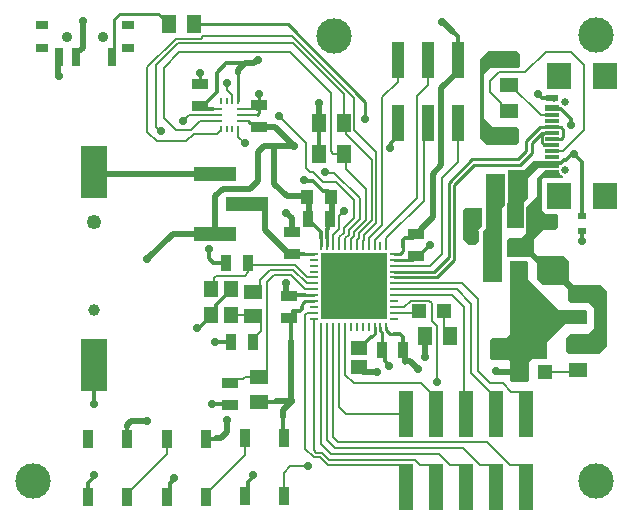
<source format=gbr>
%TF.GenerationSoftware,Altium Limited,Altium Designer,24.5.2 (23)*%
G04 Layer_Physical_Order=1*
G04 Layer_Color=255*
%FSLAX45Y45*%
%MOMM*%
%TF.SameCoordinates,2BA89E6E-902A-415B-B0B5-23ADD7A02043*%
%TF.FilePolarity,Positive*%
%TF.FileFunction,Copper,L1,Top,Signal*%
%TF.Part,Single*%
G01*
G75*
%TA.AperFunction,Conductor*%
%ADD10C,0.50000*%
%TA.AperFunction,SMDPad,CuDef*%
%ADD11R,0.80000X0.55000*%
%ADD12R,0.47500X0.25000*%
%ADD13R,0.25000X0.47500*%
%TA.AperFunction,ConnectorPad*%
%ADD14R,1.00000X0.80000*%
%ADD15R,0.70000X1.50000*%
%TA.AperFunction,SMDPad,CuDef*%
%ADD16R,1.27000X3.94000*%
%ADD17R,1.40000X0.95000*%
%ADD18R,2.30000X4.50000*%
%TA.AperFunction,ConnectorPad*%
%ADD19R,2.00000X2.18000*%
%ADD20R,1.00000X0.60000*%
%ADD21R,1.15000X0.60000*%
%ADD22R,1.15000X0.30000*%
%TA.AperFunction,SMDPad,CuDef*%
%ADD23R,1.30464X1.45620*%
%ADD24O,0.80000X0.25000*%
%ADD25O,0.25000X0.80000*%
%ADD26R,5.60000X5.60000*%
%ADD27R,1.25000X1.50000*%
%ADD28R,4.50000X1.50400*%
%ADD29R,1.50822X1.20651*%
%ADD30R,0.95000X1.40000*%
%ADD31R,0.90000X1.50000*%
%ADD32R,1.20651X1.50822*%
%ADD33R,1.00000X1.25000*%
%ADD34R,1.45490X1.55620*%
%ADD35R,1.45620X1.30464*%
%ADD36R,1.20000X1.20000*%
%ADD37R,1.00000X3.10000*%
%ADD38R,1.20000X1.40000*%
%ADD39R,3.56000X1.27000*%
%TA.AperFunction,Conductor*%
%ADD40C,0.25000*%
%ADD41C,0.20000*%
%ADD42C,0.30000*%
%ADD43C,0.26721*%
%TA.AperFunction,ComponentPad*%
%ADD44C,0.90000*%
%ADD45C,1.00000*%
%ADD46C,1.25000*%
%ADD47C,0.65000*%
%TA.AperFunction,ViaPad*%
%ADD48C,3.00000*%
%ADD49C,0.70000*%
%ADD50C,0.50000*%
G36*
X11047500Y10790000D02*
X11285000D01*
X11305000Y10770000D01*
Y10662500D01*
X11290000Y10647500D01*
X11057500D01*
X11005000Y10595000D01*
Y10222500D01*
X11080000Y10147500D01*
X11285000D01*
X11302500Y10130000D01*
Y10020000D01*
X11282500Y10000000D01*
X11022500D01*
X10965000Y10057500D01*
Y10725000D01*
X11032500Y10792500D01*
X11047500Y10790000D01*
D02*
G37*
G36*
X11502500Y9862500D02*
X11640000D01*
Y9806014D01*
X11638544Y9802500D01*
X11598447D01*
X11595000Y9803185D01*
X11591552Y9802500D01*
X11510000D01*
Y9800000D01*
X11455000D01*
X11372500Y9717500D01*
Y9550000D01*
X11340000Y9517500D01*
Y9297500D01*
X11200000D01*
X11192500Y9305000D01*
Y9502500D01*
X11207500Y9517500D01*
Y9787500D01*
X11340000D01*
X11417500Y9865000D01*
X11502500D01*
Y9862500D01*
D02*
G37*
G36*
X10985000Y9465000D02*
Y9305000D01*
X10955000Y9275000D01*
X10962500Y9267500D01*
Y9180000D01*
X10932500Y9150000D01*
X10877500D01*
X10827500Y9200000D01*
Y9450000D01*
X10845000Y9467500D01*
X10983964D01*
X10985000Y9465000D01*
D02*
G37*
G36*
X11180000Y9750000D02*
Y9485000D01*
X11152500Y9457500D01*
Y8837500D01*
X10995000D01*
Y9265000D01*
X11015000Y9285000D01*
Y9747500D01*
X11020000Y9752500D01*
X11177500D01*
X11180000Y9750000D01*
D02*
G37*
G36*
X11596477Y9782500D02*
X11598447Y9782108D01*
X11635000D01*
Y9773057D01*
X11642992Y9753761D01*
X11657761Y9738992D01*
X11672952Y9732700D01*
X11670426Y9720000D01*
X11507500D01*
X11492500Y9705000D01*
Y9442500D01*
X11520000Y9415000D01*
X11617500D01*
X11627500Y9405000D01*
Y9300000D01*
X11605000Y9277500D01*
X11500000D01*
X11427500Y9205000D01*
Y9087500D01*
X11460000Y9055000D01*
X11682500D01*
X11725000Y9012500D01*
Y8852500D01*
X11720000Y8847500D01*
X11760000Y8807500D01*
X11992500D01*
X12040000Y8760000D01*
Y8292500D01*
X11972500Y8225000D01*
X11717500D01*
X11700000Y8242500D01*
Y8365000D01*
X11727500Y8392500D01*
X11885000D01*
X11935000Y8442500D01*
Y8612500D01*
X11890000Y8657500D01*
X11735000D01*
X11715000Y8677500D01*
Y8770000D01*
X11677500Y8807500D01*
X11497500D01*
X11452500Y8852500D01*
Y8997500D01*
X11400000Y9050000D01*
X11205000D01*
X11195000Y9060000D01*
Y9195000D01*
X11210000Y9210000D01*
X11315000D01*
X11360000Y9255000D01*
Y9295530D01*
X11360392Y9297500D01*
Y9470392D01*
X11452500Y9562500D01*
Y9720000D01*
X11512632Y9780132D01*
X11517804Y9781160D01*
X11519222Y9782108D01*
X11591552D01*
X11593522Y9782500D01*
X11595000D01*
X11596477D01*
D02*
G37*
G36*
X11375000Y9002500D02*
Y8857500D01*
X11635000Y8597500D01*
X11862500D01*
X11876250Y8583750D01*
Y8488750D01*
X11867500Y8480000D01*
X11690000D01*
X11535000Y8325000D01*
Y8187500D01*
X11530000Y8182500D01*
X11405000D01*
X11385000Y8162500D01*
Y8007500D01*
X11370000Y7992500D01*
X11235000D01*
X11222500Y8005000D01*
Y8162500D01*
X11212500Y8172500D01*
X11072500D01*
X11055000Y8190000D01*
Y8347500D01*
X11070000Y8362500D01*
X11195000D01*
X11225000Y8392500D01*
Y9012500D01*
X11365000D01*
X11375000Y9002500D01*
D02*
G37*
D10*
X9325000Y8742500D02*
G03*
X9350000Y8717500I25000J0D01*
G01*
X8922500Y10610000D02*
Y10632500D01*
X8977925Y10687926D01*
X9100000Y10147500D02*
X9230000D01*
X9392500Y9985000D01*
X9230426D02*
X9392500D01*
X9227713Y9669787D02*
X9330000Y9567500D01*
X9227713Y9669787D02*
Y9982287D01*
X9230426Y9985000D01*
X8977925Y10687926D02*
X9055013D01*
X7550000Y10738500D02*
Y10778500D01*
X7606173Y10817790D02*
Y11046173D01*
X7576884Y10788500D02*
X7606173Y10817790D01*
X7560000Y10788500D02*
X7576884D01*
X7550000Y10778500D02*
X7560000Y10788500D01*
X7606173Y11046173D02*
X7610000Y11050000D01*
X7396173Y10583827D02*
X7400000Y10580000D01*
X7396173Y10583827D02*
Y10668827D01*
X9325000Y8742500D02*
Y8825000D01*
X10500000Y8200000D02*
Y8380000D01*
X10330000Y8160000D02*
X10334289Y8164289D01*
X10375711D02*
X10440000Y8100000D01*
X10334289Y8164289D02*
X10375711D01*
X11302500Y8077500D02*
X11305000Y8075000D01*
X11102500Y8077500D02*
X11302500D01*
X11100000Y8080000D02*
X11102500Y8077500D01*
X7716000Y9754000D02*
X8726500D01*
X7700000Y9770000D02*
X7716000Y9754000D01*
X10655000Y11040000D02*
X10742500Y10952500D01*
X10650000Y11040000D02*
X10655000D01*
X10472500Y9287500D02*
X10570000Y9385000D01*
Y9755281D02*
X10640000Y9825281D01*
X10570000Y9385000D02*
Y9755281D01*
X10412468Y9227468D02*
X10434968D01*
X10472500Y9265000D01*
Y9287500D01*
X10779000Y10615000D02*
Y10720000D01*
X10640000Y10476000D02*
X10779000Y10615000D01*
X10640000Y9825281D02*
Y10476000D01*
X9082088Y10715000D02*
X9087500D01*
X9055013Y10687926D02*
X9082088Y10715000D01*
X9603707Y10351207D02*
X9605000Y10352500D01*
X9602414Y10180000D02*
X9603707Y10181293D01*
Y10351207D01*
X9330000Y9567500D02*
X9510000D01*
X9137500Y9987500D02*
X9227500D01*
X9090000Y9940000D02*
X9137500Y9987500D01*
X9022500Y9627500D02*
X9090000Y9695000D01*
Y9940000D01*
X8723000Y9242500D02*
X8726500D01*
X8788000Y9627500D02*
X9022500D01*
X8726500Y9566000D02*
X8788000Y9627500D01*
X8726500Y9246000D02*
Y9566000D01*
X8365000Y9242500D02*
X8723000D01*
X8152500Y9030000D02*
X8365000Y9242500D01*
X9365000Y7827500D02*
Y8340000D01*
X7978977Y7611477D02*
Y7624688D01*
X8016789Y7662500D01*
X8147500D01*
X8735000Y7517500D02*
X8775000D01*
X8732500Y7515000D02*
X8735000Y7517500D01*
X8775000D02*
X8826173Y7568673D01*
Y7661173D02*
X8830000Y7665000D01*
X8826173Y7568673D02*
Y7661173D01*
X9237500Y7827500D02*
X9365000D01*
Y7822088D02*
Y7827500D01*
X9297500Y7754588D02*
X9365000Y7822088D01*
X9297500Y7690000D02*
Y7754588D01*
X9325000Y9425000D02*
X9375000Y9375000D01*
Y9260000D02*
Y9375000D01*
X10096173Y8078827D02*
X10100000Y8075000D01*
X9942500Y8116344D02*
X9980017Y8078827D01*
X10096173D01*
X9146500Y9281000D02*
X9352500Y9075000D01*
X9520000Y9370000D02*
X9522500Y9367500D01*
X9520000Y9370000D02*
Y9557500D01*
X9510000Y9567500D02*
X9520000Y9557500D01*
X9707500Y9367500D02*
X9712500Y9372500D01*
Y9555000D01*
X9717500Y9560000D01*
X9146500Y9281000D02*
Y9461500D01*
X9108000Y9500000D02*
X9146500Y9461500D01*
X9352500Y9075000D02*
X9375000D01*
X8993500Y9500000D02*
X9108000D01*
D11*
X11830000Y9267500D02*
D03*
Y9392500D02*
D03*
D12*
X8756250Y10200000D02*
D03*
Y10250000D02*
D03*
Y10300000D02*
D03*
X8938750D02*
D03*
Y10250000D02*
D03*
Y10200000D02*
D03*
D13*
X8772500Y10366250D02*
D03*
X8822500D02*
D03*
X8872500D02*
D03*
X8922500D02*
D03*
Y10133750D02*
D03*
X8872500D02*
D03*
X8822500D02*
D03*
X8772500D02*
D03*
D14*
X7260000Y11010000D02*
D03*
X7990000D02*
D03*
X7260000Y10817000D02*
D03*
X7990000D02*
D03*
D15*
X7850000Y10738500D02*
D03*
X7400000D02*
D03*
X7550000D02*
D03*
D16*
X10342000Y7099000D02*
D03*
X10596000D02*
D03*
X10850000D02*
D03*
X11104000D02*
D03*
X11358000D02*
D03*
X10342000Y7721000D02*
D03*
X10596000D02*
D03*
X10850000D02*
D03*
X11104000D02*
D03*
X11358000D02*
D03*
D17*
X8600000Y10512500D02*
D03*
Y10327500D02*
D03*
X9100000Y10147500D02*
D03*
Y10332500D02*
D03*
X9350000Y8532500D02*
D03*
Y8717500D02*
D03*
X8847500Y7980000D02*
D03*
Y7795000D02*
D03*
X9375000Y9075000D02*
D03*
Y9260000D02*
D03*
X11795000Y8537414D02*
D03*
Y8722414D02*
D03*
X10427500Y9057500D02*
D03*
Y9242500D02*
D03*
D18*
X7700000Y8130000D02*
D03*
Y9770000D02*
D03*
D19*
X12030500Y9561500D02*
D03*
Y10583500D02*
D03*
X11637500Y9561500D02*
D03*
Y10583500D02*
D03*
D20*
X11580000Y9752500D02*
D03*
Y10392500D02*
D03*
D21*
Y9832500D02*
D03*
Y10312500D02*
D03*
D22*
Y9897500D02*
D03*
Y9947500D02*
D03*
Y9997500D02*
D03*
Y10047500D02*
D03*
Y10097500D02*
D03*
Y10147500D02*
D03*
Y10197500D02*
D03*
Y10247500D02*
D03*
D23*
X11264422Y9382500D02*
D03*
X11425578D02*
D03*
X11083078Y9385000D02*
D03*
X10921922D02*
D03*
D24*
X9560000Y9075000D02*
D03*
Y9025000D02*
D03*
Y8975000D02*
D03*
Y8925000D02*
D03*
Y8875000D02*
D03*
Y8825000D02*
D03*
Y8775000D02*
D03*
Y8725000D02*
D03*
Y8675000D02*
D03*
Y8625000D02*
D03*
Y8575000D02*
D03*
Y8525000D02*
D03*
X10240000D02*
D03*
Y8575000D02*
D03*
Y8625000D02*
D03*
Y8675000D02*
D03*
Y8725000D02*
D03*
Y8775000D02*
D03*
Y8825000D02*
D03*
Y8875000D02*
D03*
Y8925000D02*
D03*
Y8975000D02*
D03*
Y9025000D02*
D03*
Y9075000D02*
D03*
D25*
X9625000Y8460000D02*
D03*
X9675000D02*
D03*
X9725000D02*
D03*
X9775000D02*
D03*
X9825000D02*
D03*
X9875000D02*
D03*
X9925000D02*
D03*
X9975000D02*
D03*
X10025000D02*
D03*
X10075000D02*
D03*
X10125000D02*
D03*
X10175000D02*
D03*
Y9140000D02*
D03*
X10125000D02*
D03*
X10075000D02*
D03*
X10025000D02*
D03*
X9975000D02*
D03*
X9925000D02*
D03*
X9875000D02*
D03*
X9825000D02*
D03*
X9775000D02*
D03*
X9725000D02*
D03*
X9675000D02*
D03*
X9625000D02*
D03*
D26*
X9900000Y8800000D02*
D03*
D27*
X11528575Y8924500D02*
D03*
X11299575D02*
D03*
X11070575D02*
D03*
D28*
X11299575Y8265500D02*
D03*
D29*
X9100000Y7822414D02*
D03*
Y8032586D02*
D03*
X9050000Y8544914D02*
D03*
Y8755086D02*
D03*
X11210164Y10507590D02*
D03*
Y10717761D02*
D03*
X11210000Y10287586D02*
D03*
Y10077414D02*
D03*
X11795000Y8094829D02*
D03*
Y8305000D02*
D03*
D30*
X9005000Y8997500D02*
D03*
X8820000D02*
D03*
X9042500Y8325000D02*
D03*
X8857500D02*
D03*
X9512500Y9367500D02*
D03*
X9697500D02*
D03*
X10320000Y8262500D02*
D03*
X10135000D02*
D03*
X11072500Y9130000D02*
D03*
X11257500D02*
D03*
D31*
X9305000Y7025000D02*
D03*
X8975000D02*
D03*
Y7515000D02*
D03*
X9305000D02*
D03*
X8645000Y7015000D02*
D03*
X8315000D02*
D03*
Y7505000D02*
D03*
X8645000D02*
D03*
X7978977Y7505000D02*
D03*
X7648977D02*
D03*
Y7015000D02*
D03*
X7978977D02*
D03*
D32*
X8545086Y11017500D02*
D03*
X8334914D02*
D03*
X9812585Y10180000D02*
D03*
X9602414D02*
D03*
X9817586Y9920000D02*
D03*
X9607414D02*
D03*
X10710171Y8380000D02*
D03*
X10500000D02*
D03*
D33*
X9507500Y9560000D02*
D03*
X9707500D02*
D03*
D34*
X11287565Y9660000D02*
D03*
X11102435D02*
D03*
D35*
X9942500Y8277500D02*
D03*
Y8116344D02*
D03*
D36*
X11515000Y8075000D02*
D03*
X11305000D02*
D03*
X10665000Y8590000D02*
D03*
X10455000D02*
D03*
D37*
X10779000Y10720000D02*
D03*
Y10180000D02*
D03*
X10525000Y10720000D02*
D03*
X10271000D02*
D03*
X10525000Y10180000D02*
D03*
X10271000D02*
D03*
D38*
X8857500Y8777500D02*
D03*
Y8557500D02*
D03*
X8687500D02*
D03*
Y8777500D02*
D03*
D39*
X8726500Y9754000D02*
D03*
X8993500Y9500000D02*
D03*
X8726500Y9246000D02*
D03*
D40*
X9100000Y10270000D02*
Y10332500D01*
X9080000Y10250000D02*
X9100000Y10270000D01*
X9017500Y10182500D02*
X9065000D01*
X9000000Y10200000D02*
X9017500Y10182500D01*
X8600000Y10512500D02*
Y10610000D01*
X9100000Y10332500D02*
Y10430000D01*
X9067500Y10300000D02*
X9100000Y10332500D01*
X9065000Y10182500D02*
X9100000Y10147500D01*
X7870000Y11060000D02*
X7920000Y11110000D01*
X7870000Y10758500D02*
Y11060000D01*
X7920000Y11110000D02*
X8242414D01*
X8545086Y11017500D02*
X9340000D01*
X9997500Y10360000D01*
X8922500Y10366250D02*
Y10610000D01*
X7850000Y10738500D02*
X7870000Y10758500D01*
X7827855Y10787855D02*
X7840000Y10800000D01*
X7827855Y10692855D02*
Y10787855D01*
X8242414Y11110000D02*
X8272003Y11080411D01*
X8287089D01*
X8334914Y11017500D02*
Y11032586D01*
X8287089Y11080411D02*
X8334914Y11032586D01*
X9997500Y10217500D02*
Y10360000D01*
X10125000Y8432500D02*
X10135000Y8408860D01*
X10125000Y8432500D02*
Y8460000D01*
X10135000Y8262500D02*
Y8408860D01*
X10395000Y9025000D02*
X10427500Y9057500D01*
X10240000Y9025000D02*
X10395000D01*
X9675000Y9140000D02*
Y9207500D01*
X10240000Y9075000D02*
X10287500D01*
X10315000Y9102500D02*
Y9135000D01*
X10287500Y9075000D02*
X10315000Y9102500D01*
X10175000Y8432500D02*
X10207500Y8400000D01*
X9480000Y9075000D02*
X9560000D01*
X10075000Y8400000D02*
Y8460000D01*
X9625000Y9140000D02*
Y9210000D01*
X9460000Y8622500D02*
Y8650000D01*
X9485000Y8675000D01*
X9560000D01*
X10175000Y8432500D02*
Y8460000D01*
X10047500Y8372500D02*
X10075000Y8400000D01*
X10207500Y8400000D02*
X10242500D01*
X9487500Y8725000D02*
X9560000D01*
D41*
X8938750Y10250000D02*
X9080000D01*
X8938750Y10200000D02*
X9000000D01*
X8922500Y10067500D02*
Y10133750D01*
Y10067500D02*
X8980000Y10010000D01*
X9270000Y10240000D02*
X9495000Y10015000D01*
X8830000Y10460000D02*
X8872500Y10417500D01*
X8830000Y10460000D02*
Y10520000D01*
X8872500Y10366250D02*
Y10417500D01*
X9825000Y9208432D02*
X9855000Y9238431D01*
X9820000Y9438076D02*
Y9440000D01*
X9775000Y9393076D02*
X9820000Y9438076D01*
X9775000Y9285074D02*
Y9393076D01*
X9725000Y9235074D02*
X9775000Y9285074D01*
X9725000Y9140000D02*
Y9235074D01*
X9855000Y9238431D02*
Y9278431D01*
X9950000Y9373432D01*
X9815000Y9255000D02*
Y9295000D01*
X9775000Y9215000D02*
X9815000Y9255000D01*
Y9295000D02*
X9900000Y9380000D01*
X9825000Y9140000D02*
Y9208432D01*
X9900000Y9226863D02*
Y9264363D01*
X9875000Y9140000D02*
Y9201863D01*
X9900000Y9226863D01*
Y9264363D02*
X10000000Y9364363D01*
X9775000Y9140000D02*
Y9215000D01*
X9900000Y9380000D02*
Y9530000D01*
X9750000Y9680000D02*
X9900000Y9530000D01*
X9731569Y9762500D02*
X9950000Y9544069D01*
Y9373432D02*
Y9544069D01*
X10000000Y9364363D02*
Y9625000D01*
X9945957Y9212525D02*
Y9253752D01*
X9834943Y9790057D02*
X10000000Y9625000D01*
X10050000Y9357795D02*
Y9867500D01*
X9945957Y9253752D02*
X10050000Y9357795D01*
X9985957Y9195956D02*
Y9235957D01*
X10090000Y9340000D01*
Y9940000D01*
X9925957Y9192525D02*
X9945957Y9212525D01*
X9925957Y9140957D02*
Y9192525D01*
X9925000Y9140000D02*
X9925957Y9140957D01*
X9975956D02*
Y9185956D01*
X9975000Y9140000D02*
X9975956Y9140957D01*
Y9185956D02*
X9985957Y9195956D01*
X10025957Y9140957D02*
Y9205957D01*
X10140000Y9320000D01*
Y10400000D01*
X10075956Y9140957D02*
Y9191252D01*
X10435000Y9550295D02*
Y10415000D01*
X10075956Y9191252D02*
X10435000Y9550295D01*
X10025000Y9140000D02*
X10025957Y9140957D01*
X9831195Y10086305D02*
X10050000Y9867500D01*
X9902911Y10127089D02*
X10090000Y9940000D01*
X10140000Y10400000D02*
X10271000Y10531000D01*
X8938750Y10300000D02*
X9067500D01*
X8482819Y10030000D02*
X8542818Y10090000D01*
X8230000Y10030000D02*
X8482819D01*
X8150000Y10110000D02*
X8230000Y10030000D01*
X8542818Y10090000D02*
X8740000D01*
X8772500Y10122500D01*
Y10133750D01*
X8290000Y10227500D02*
X8392500Y10125000D01*
X8505000Y10250000D02*
X8756250D01*
X8392500Y10125000D02*
X8521250D01*
X8596250Y10200000D01*
X8457500Y10202500D02*
X8505000Y10250000D01*
X8457500Y10202500D02*
X8471030D01*
X8150000Y10110000D02*
Y10654068D01*
X8393432Y10897500D01*
X8603248D01*
X8625748Y10920000D01*
X8227500Y10147500D02*
X8255000Y10120000D01*
X8265000D02*
X8267500Y10117500D01*
X8227500Y10147500D02*
Y10675000D01*
X8255000Y10120000D02*
X8265000D01*
X8227500Y10675000D02*
X8410000Y10857500D01*
X9383328D01*
X8290000Y10227500D02*
Y10652500D01*
X8422500Y10785000D01*
X8625748Y10920000D02*
X9377396D01*
X9902911Y10394485D01*
Y10127089D02*
Y10394485D01*
X9383328Y10857500D02*
X9812585Y10428242D01*
X8422500Y10785000D02*
X9360000D01*
X9812585Y10180000D02*
Y10428242D01*
X9495000Y9805000D02*
Y10015000D01*
X9360000Y10785000D02*
X9703713Y10441287D01*
Y9943548D02*
Y10441287D01*
X10075000Y9140000D02*
X10075956Y9140957D01*
X9640570Y9680000D02*
X9750000D01*
X9550570Y9770000D02*
X9640570Y9680000D01*
X9495000Y9805000D02*
X9530000Y9770000D01*
X9550570D01*
X8756250Y10300000D02*
X8756250Y10300000D01*
X8710000Y10300000D02*
X8756250D01*
X8596250Y10200000D02*
X8756250D01*
X11358000Y7721000D02*
Y7854500D01*
X11304500Y7908000D02*
X11358000Y7854500D01*
X11232000Y7908000D02*
X11304500D01*
X11160000Y7980000D02*
X11232000Y7908000D01*
X11052500Y7980000D02*
X11160000D01*
X10952500Y8080000D02*
X11052500Y7980000D01*
X11104000Y7721000D02*
Y7854500D01*
X10895000Y8063500D02*
X11104000Y7854500D01*
X10832500Y7738500D02*
Y8622500D01*
Y7738500D02*
X10850000Y7721000D01*
X9825000Y8053376D02*
X9897688Y7980688D01*
X10469812D01*
X10596000Y7854500D01*
Y7721000D02*
Y7854500D01*
X10605000Y7995000D02*
Y8465000D01*
X10600000Y7990000D02*
X10605000Y7995000D01*
X9830000Y7720000D02*
X10341000D01*
X10342000Y7721000D01*
X9775000Y7775000D02*
X9830000Y7720000D01*
X9725000Y7525000D02*
X9770000Y7480000D01*
X11025926D01*
X11219926Y7286000D01*
X9740000Y7430000D02*
X10821926D01*
X9675000Y7495000D02*
X9740000Y7430000D01*
X10821926D02*
X10965926Y7286000D01*
X11219926D02*
X11304500D01*
X11358000Y7099000D02*
Y7232500D01*
X11304500Y7286000D02*
X11358000Y7232500D01*
X11050500Y7286000D02*
X11104000Y7232500D01*
X10965926Y7286000D02*
X11050500D01*
X11104000Y7099000D02*
Y7232500D01*
X10617926Y7380000D02*
X10711926Y7286000D01*
X9710000Y7380000D02*
X10617926D01*
X10711926Y7286000D02*
X10796500D01*
X10850000Y7099000D02*
Y7232500D01*
X10796500Y7286000D02*
X10850000Y7232500D01*
X9625000Y7465000D02*
X9710000Y7380000D01*
X10413926Y7330000D02*
X10457926Y7286000D01*
X9690000Y7330000D02*
X10413926D01*
X10596000Y7099000D02*
Y7232500D01*
X10542500Y7286000D02*
X10596000Y7232500D01*
X10457926Y7286000D02*
X10542500D01*
X9580074Y7392500D02*
X9627500D01*
X9677431Y7286000D02*
X10288500D01*
X9563505Y7352500D02*
X9610932D01*
X9677431Y7286000D01*
X9627500Y7392500D02*
X9690000Y7330000D01*
X10342000Y7099000D02*
Y7232500D01*
X10288500Y7286000D02*
X10342000Y7232500D01*
X10562500Y8507500D02*
X10605000Y8465000D01*
X9559043Y8575957D02*
X9560000Y8575000D01*
X9526498Y8577467D02*
X9528008Y8575957D01*
X9490000Y8561216D02*
X9506251Y8577467D01*
X9528008Y8575957D02*
X9559043D01*
X9490000Y7426005D02*
Y8561216D01*
X9506251Y8577467D02*
X9526498D01*
X10645000Y9715000D02*
X10779000Y9849000D01*
X10645000Y9072500D02*
Y9715000D01*
X10779000Y9849000D02*
Y10180000D01*
X10547500Y8975000D02*
X10645000Y9072500D01*
X10492500Y9525000D02*
Y10147500D01*
X10525000Y10180000D01*
X10175000Y9207500D02*
X10492500Y9525000D01*
X10175000Y9140000D02*
Y9207500D01*
X11675000Y9947500D02*
X11850000Y10122500D01*
X11580000Y9947500D02*
X11675000D01*
X11225249Y10507590D02*
X11485339Y10247500D01*
X11580000D01*
X11210164Y10507590D02*
X11225249D01*
X11850000Y10122500D02*
Y10675000D01*
X11737500Y10787500D02*
X11850000Y10675000D01*
X11525000Y10787500D02*
X11737500D01*
X11350000Y10612500D02*
X11525000Y10787500D01*
X11125000Y10612500D02*
X11350000D01*
X11055000Y10542500D02*
X11125000Y10612500D01*
X11055000Y10442586D02*
Y10542500D01*
Y10442586D02*
X11144589Y10352997D01*
Y10337911D02*
Y10352997D01*
Y10337911D02*
X11194914Y10287586D01*
X11210000D01*
X9703713Y9943548D02*
X9727260Y9920000D01*
X10895000Y8063500D02*
Y8652500D01*
X9655000Y9762500D02*
X9731569D01*
X9652500Y9765000D02*
X9655000Y9762500D01*
X9727260Y9920000D02*
X9817586D01*
X9165411Y8082911D02*
Y8840411D01*
X9225000Y8900000D01*
X9115411Y8420411D02*
Y8494589D01*
X9042500Y8347500D02*
X9115411Y8420411D01*
X9065086Y8544914D02*
X9115411Y8494589D01*
X9042500Y8325000D02*
Y8347500D01*
X9050000Y8544914D02*
X9065086D01*
X9107586Y8805411D02*
Y8855086D01*
X9057260Y8755086D02*
X9107586Y8805411D01*
X9050000Y8755086D02*
X9057260D01*
X9500208Y8825000D02*
X9560000D01*
X9385208Y8940000D02*
X9500208Y8825000D01*
X9192500Y8940000D02*
X9385208D01*
X9107586Y8855086D02*
X9192500Y8940000D01*
X9037414Y8557500D02*
X9050000Y8544914D01*
X8857500Y8557500D02*
X9037414D01*
X9225000Y8900000D02*
X9365000D01*
X9402500Y8980000D02*
X9506543Y8875957D01*
X9007500Y8985000D02*
X9012500Y8980000D01*
X9365000Y8900000D02*
X9490000Y8775000D01*
X9012500Y8980000D02*
X9402500D01*
X8975000Y8890000D02*
X9007500Y8922500D01*
Y8985000D01*
X8732500Y8890000D02*
X8975000D01*
X9005000Y8997500D02*
X9007500Y8995000D01*
Y8985000D02*
Y8995000D01*
X9825000Y8053376D02*
Y8460000D01*
X10240000Y8825000D02*
X10817500D01*
X10952500Y8080000D02*
Y8690000D01*
X10817500Y8825000D02*
X10952500Y8690000D01*
X9817500Y9919914D02*
X9817586Y9920000D01*
X9834943Y9790057D02*
Y9892643D01*
X9817500Y9910086D02*
X9834943Y9892643D01*
X9817500Y9910086D02*
Y9919914D01*
X10240000Y8575000D02*
X10440000D01*
X9560000Y7412573D02*
Y8525000D01*
X9775000Y7775000D02*
Y8460000D01*
X10240000Y8725000D02*
X10730000D01*
X10832500Y8622500D01*
X10240000Y8775000D02*
X10772500D01*
X10895000Y8652500D01*
X9506543Y8875957D02*
X9559043D01*
X9560000Y8875000D01*
X10240000Y8625000D02*
X10327573D01*
X10382574Y8680000D01*
X10540000D01*
X10562500Y8657500D01*
Y8507500D02*
Y8657500D01*
X10240000Y8975000D02*
X10547500D01*
X9725000Y7525000D02*
Y8460000D01*
X9675000Y7495000D02*
Y8460000D01*
X9490000Y8775000D02*
X9560000D01*
X9625000Y7465000D02*
Y8460000D01*
X10525000Y10505000D02*
Y10720000D01*
X10435000Y10415000D02*
X10525000Y10505000D01*
X9490000Y7426005D02*
X9563505Y7352500D01*
X10271000Y10531000D02*
Y10720000D01*
X9831195Y10086305D02*
Y10161390D01*
X9812585Y10180000D02*
X9831195Y10161390D01*
X9560000Y7412573D02*
X9580074Y7392500D01*
X9115086Y8032586D02*
X9165411Y8082911D01*
X9100000Y8032586D02*
X9115086D01*
X10440000Y8575000D02*
X10455000Y8590000D01*
X8978587Y8032586D02*
X9100000D01*
X8963502Y8017500D02*
X8978587Y8032586D01*
X8885000Y8017500D02*
X8963502D01*
X8847500Y7980000D02*
X8885000Y8017500D01*
X7978977Y7045000D02*
X8315000Y7381023D01*
Y7505000D01*
X7978977Y7015000D02*
Y7045000D01*
X8645000Y7015000D02*
Y7045000D01*
X8975000Y7375000D02*
Y7515000D01*
X8645000Y7045000D02*
X8975000Y7375000D01*
X9305000Y7025000D02*
Y7222500D01*
X9360000Y7277500D02*
X9515000D01*
X9305000Y7222500D02*
X9360000Y7277500D01*
X11515000Y8075000D02*
X11775171D01*
X11795000Y8094829D01*
X10665000Y8425171D02*
Y8590000D01*
Y8425171D02*
X10710171Y8380000D01*
X8715000Y8872500D02*
X8732500Y8890000D01*
X8715000Y8805000D02*
Y8872500D01*
X8687500Y8777500D02*
X8715000Y8805000D01*
D42*
X10205000Y9970000D02*
X10212654Y9977654D01*
Y10016654D02*
X10271000Y10075000D01*
X10212654Y9977654D02*
Y10016654D01*
X8975851Y10690000D02*
X8977925Y10687926D01*
X8820000Y10690000D02*
X8975851D01*
X8740000Y10610000D02*
X8820000Y10690000D01*
X8740000Y10445000D02*
Y10610000D01*
X8600000Y10327500D02*
X8622500D01*
X8740000Y10445000D01*
X8627500Y10300000D02*
X8710000D01*
X8600000Y10327500D02*
X8627500Y10300000D01*
X9350000Y8717500D02*
X9357500Y8725000D01*
X8850000Y8317500D02*
Y8325000D01*
X10324926Y8165074D02*
Y8257574D01*
Y8165074D02*
X10330000Y8160000D01*
X10320000Y8262500D02*
X10324926Y8257574D01*
X10320000Y8262500D02*
Y8370000D01*
X11830000Y9180000D02*
Y9267500D01*
Y9392500D02*
Y9850000D01*
X11760000Y9920000D02*
X11830000Y9850000D01*
X7697500Y7807500D02*
Y8127500D01*
X7700000Y8130000D01*
X10271000Y10075000D02*
Y10180000D01*
X8670000Y9117500D02*
X8670637Y9116863D01*
Y9037500D02*
Y9116863D01*
Y9037500D02*
X8710637Y8997500D01*
X10397436Y9212436D02*
X10412468Y9227468D01*
X11595000Y9847500D02*
X11656040D01*
X11678461Y9869920D02*
X11699096D01*
X11656040Y9847500D02*
X11678461Y9869920D01*
X11699096D02*
X11749176Y9920000D01*
X11760000D01*
X11580000Y9832500D02*
X11595000Y9847500D01*
X11580000Y9752500D02*
X11595000Y9767500D01*
X11580000Y10392500D02*
X11595000Y10377500D01*
X11493552Y10392500D02*
X11580000D01*
X11458551Y10427500D02*
X11493552Y10392500D01*
X11457500Y10427500D02*
X11458551D01*
X11735000Y10172500D02*
X11740000Y10167500D01*
X11735000Y10172500D02*
Y10214497D01*
X11651997Y10297500D02*
X11735000Y10214497D01*
X11595000Y10297500D02*
X11651997D01*
X11580000Y10312500D02*
X11595000Y10297500D01*
X10779000Y10720000D02*
Y10916000D01*
X10742500Y10952500D02*
X10779000Y10916000D01*
X9602414Y10180000D02*
X9607414Y10175000D01*
Y9920000D02*
Y10175000D01*
X8723000Y9242500D02*
X8726500Y9246000D01*
X9367500Y8447500D02*
Y8515000D01*
X9350000Y8532500D02*
X9367500Y8515000D01*
X9365000Y8445000D02*
X9367500Y8447500D01*
X9365000Y8340000D02*
Y8445000D01*
X7978977Y7505000D02*
Y7611477D01*
X8722500Y7505000D02*
X8732500Y7515000D01*
X8645000Y7505000D02*
X8722500D01*
X9100000Y7822414D02*
X9232414D01*
X9237500Y7827500D01*
X9297500Y7522500D02*
X9305000Y7515000D01*
X9297500Y7522500D02*
Y7690000D01*
X8697500Y7800000D02*
X8842500D01*
X8847500Y7795000D01*
X10167500Y8168324D02*
Y8230000D01*
X10135000Y8262500D02*
X10167500Y8230000D01*
Y8168324D02*
X10200000Y8135824D01*
Y8125000D02*
Y8135824D01*
X9482654Y9692346D02*
X9553478D01*
X9638324Y9607500D01*
X9682500D01*
X9717500Y9572500D01*
Y9560000D02*
Y9572500D01*
X9475000Y9700000D02*
X9482654Y9692346D01*
X8345000Y7134176D02*
X8375000Y7164176D01*
Y7175000D01*
X8345000Y7045000D02*
Y7134176D01*
X7648977Y7138153D02*
X7700000Y7189176D01*
X7648977Y7015000D02*
Y7138153D01*
X7700000Y7189176D02*
Y7200000D01*
X8315000Y7015000D02*
X8345000Y7045000D01*
X9050000Y7189176D02*
Y7200000D01*
X8975000Y7025000D02*
X9005000Y7055000D01*
Y7144176D01*
X9050000Y7189176D01*
X8732500Y8642500D02*
X8857500Y8767500D01*
X8732500Y8602500D02*
Y8642500D01*
X8687500Y8557500D02*
X8732500Y8602500D01*
X8857500Y8767500D02*
Y8777500D01*
X8725000Y8325000D02*
X8850000D01*
Y8317500D02*
X8857500Y8325000D01*
X8597654Y8457654D02*
X8687500Y8547500D01*
X8575000Y8450000D02*
X8582654Y8457654D01*
X8687500Y8547500D02*
Y8557500D01*
X8582654Y8457654D02*
X8597654D01*
X8710637Y8997500D02*
X8820000D01*
X10450000Y9057500D02*
X10542500Y9150000D01*
X10547500D01*
X10427500Y9057500D02*
X10450000D01*
X9357500Y8725000D02*
X9487500D01*
X9387500Y8565000D02*
Y8587500D01*
X9355000Y8532500D02*
X9387500Y8565000D01*
X9350000Y8532500D02*
X9355000D01*
X9460000Y8607574D02*
Y8622500D01*
X9439926Y8587500D02*
X9460000Y8607574D01*
X9387500Y8587500D02*
X9439926D01*
X9522500Y9365000D02*
X9625000Y9262500D01*
X9680000Y9287500D02*
Y9340000D01*
X9707500Y9367500D01*
X9675000Y9287500D02*
X9680000D01*
X9675000Y9207500D02*
Y9287500D01*
X9522500Y9365000D02*
Y9367500D01*
X9625000Y9210000D02*
Y9262500D01*
X10242500Y8400000D02*
X10290000D01*
X10299936Y8390064D02*
X10320000Y8370000D01*
X10299936Y8390064D02*
X10299936D01*
X10290000Y8400000D02*
X10299936Y8390064D01*
X9950078Y8277500D02*
X10045078Y8372500D01*
X9942500Y8277500D02*
X9950078D01*
X10045078Y8372500D02*
X10047500D01*
X10315000Y9135000D02*
Y9194862D01*
X10332574Y9212436D02*
X10397436D01*
X10315000Y9194862D02*
X10332574Y9212436D01*
X9375000Y9075000D02*
X9480000D01*
D43*
X11358771Y10032678D02*
X11474454Y10148360D01*
X11578360Y9999139D02*
X11580000Y9997500D01*
X11508682Y9999139D02*
X11578360D01*
X11489140Y10018682D02*
X11508682Y9999139D01*
X11489140Y10018682D02*
Y10076818D01*
X11510682Y10098360D01*
X11474454Y10148360D02*
X11579140D01*
X11580000Y10147500D01*
X11510682Y10098520D02*
X11535860D01*
X11536881Y10097500D01*
X11580000D01*
Y10047500D02*
X11581640Y10049139D01*
X11651318D01*
X11670860Y10068682D01*
Y10126318D01*
X11651318Y10145860D02*
X11670860Y10126318D01*
X11583640Y10145860D02*
X11651318D01*
X11582000Y10147500D02*
X11583640Y10145860D01*
X11358771Y9945771D02*
Y10032678D01*
X11288000Y9875000D02*
X11358771Y9945771D01*
X10900000Y9875000D02*
X11288000D01*
X10703869Y9678869D02*
X10900000Y9875000D01*
X10703869Y9045394D02*
Y9678869D01*
X10581995Y8923520D02*
X10703869Y9045394D01*
X10268979Y8923520D02*
X10581995D01*
X10268360Y8924140D02*
X10268979Y8923520D01*
X10240860Y8924140D02*
X10268360D01*
X10240000Y8925000D02*
X10240860Y8924140D01*
X11405812Y10013193D02*
X11491140Y10098520D01*
X11405812Y9926286D02*
Y10013193D01*
X10601480Y8876480D02*
X10750909Y9025909D01*
Y9659384D01*
X10919485Y9827959D01*
X10268360Y8875860D02*
X10268979Y8876480D01*
X10601480D01*
X10240000Y8875000D02*
X10240860Y8875860D01*
X10268360D01*
X11491140Y10098520D02*
X11510682D01*
X10919485Y9827959D02*
X11307485D01*
X11405812Y9926286D01*
D44*
X7475000Y10913500D02*
D03*
X7775000D02*
D03*
D45*
X7700000Y8600000D02*
D03*
D46*
Y9345000D02*
D03*
D47*
X11687500Y10361500D02*
D03*
Y9783500D02*
D03*
D48*
X9730000Y10920000D02*
D03*
X11950000Y10925000D02*
D03*
Y7150000D02*
D03*
X7181605Y7152000D02*
D03*
D49*
X8980000Y10010000D02*
D03*
X9270000Y10240000D02*
D03*
X8830000Y10520000D02*
D03*
X10205000Y9970000D02*
D03*
X8600000Y10610000D02*
D03*
X8457500Y10202500D02*
D03*
X9820000Y9440000D02*
D03*
X7610000Y11050000D02*
D03*
X7400000Y10580000D02*
D03*
X10600000Y7990000D02*
D03*
X10500000Y8200000D02*
D03*
X11100000Y8080000D02*
D03*
X10440000Y8100000D02*
D03*
X11830000Y9180000D02*
D03*
X10650000Y11040000D02*
D03*
X8670000Y9117500D02*
D03*
X11550000Y9370000D02*
D03*
X11457500Y10427500D02*
D03*
X9087500Y10715000D02*
D03*
X9605000Y10352500D02*
D03*
X9100000Y10430000D02*
D03*
X9392500Y9985000D02*
D03*
X8152500Y9030000D02*
D03*
X8147500Y7662500D02*
D03*
X8830000Y7665000D02*
D03*
X9365000Y7827500D02*
D03*
X7697500Y7807500D02*
D03*
X8697500Y7800000D02*
D03*
X11060000Y10720000D02*
D03*
Y10080000D02*
D03*
X10910000Y9210000D02*
D03*
X11360000Y9120000D02*
D03*
X11660000Y8870000D02*
D03*
Y8980000D02*
D03*
X11930000Y8720000D02*
D03*
X11940000Y8300000D02*
D03*
X10200000Y8125000D02*
D03*
X9475000Y9700000D02*
D03*
X9652500Y9765000D02*
D03*
X8375000Y7175000D02*
D03*
X7700000Y7200000D02*
D03*
X9050000D02*
D03*
X8725000Y8325000D02*
D03*
X8575000Y8450000D02*
D03*
X10547500Y9150000D02*
D03*
X9325000Y9425000D02*
D03*
X10100000Y8075000D02*
D03*
X9325000Y8825000D02*
D03*
X9997500Y10217500D02*
D03*
X9515000Y7277500D02*
D03*
X11760000Y9920000D02*
D03*
X11740000Y10167500D02*
D03*
X8267500Y10117500D02*
D03*
D50*
X9680000Y9020000D02*
D03*
X9790000D02*
D03*
X9900000D02*
D03*
X10010000D02*
D03*
X10120000D02*
D03*
X9680000Y8910000D02*
D03*
X9790000D02*
D03*
X9900000D02*
D03*
X10010000D02*
D03*
X10120000D02*
D03*
X9680000Y8800000D02*
D03*
X9790000D02*
D03*
X9900000D02*
D03*
X10010000D02*
D03*
X10120000D02*
D03*
X9680000Y8690000D02*
D03*
X9790000D02*
D03*
X9900000D02*
D03*
X10010000D02*
D03*
X10120000D02*
D03*
X9680000Y8580000D02*
D03*
X9790000D02*
D03*
X9900000D02*
D03*
X10010000D02*
D03*
X10120000D02*
D03*
%TF.MD5,8b936f1758bb8f59d3f66c160db488dd*%
M02*

</source>
